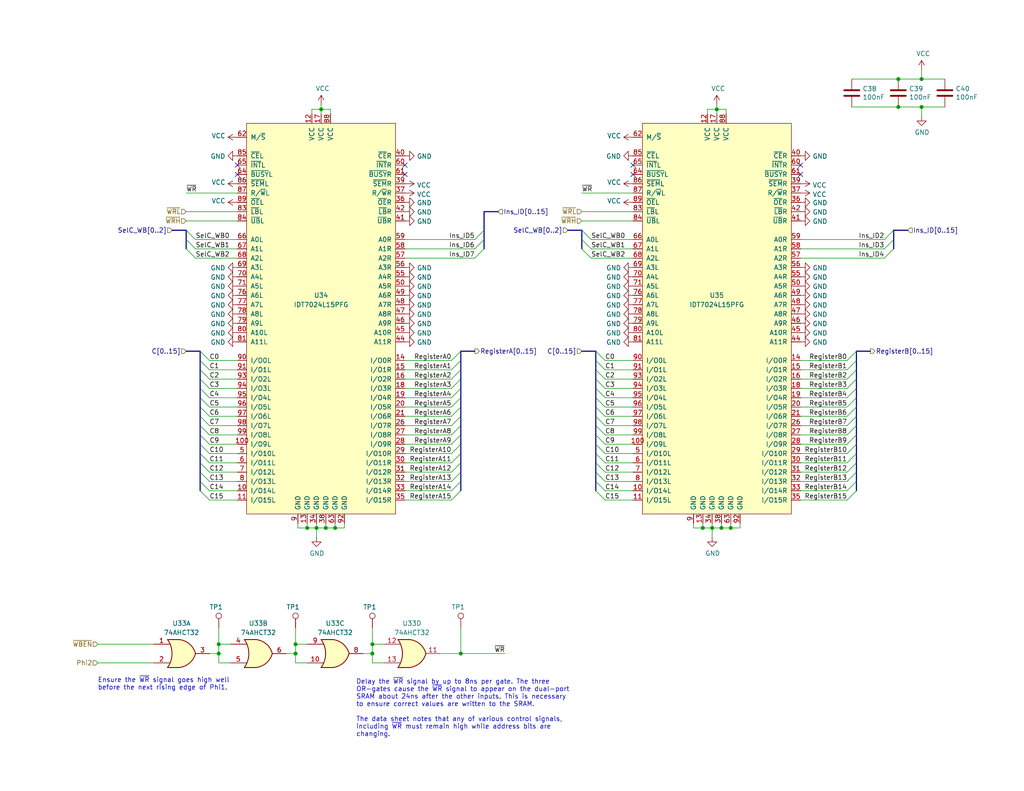
<source format=kicad_sch>
(kicad_sch (version 20230121) (generator eeschema)
  (paper "USLetter")
  (title_block (title "Register File") (date "2023-11-15") (rev "A") (comment 4 "Triple Port Register File build from dual port SRAM"))
  (lib_symbols
    (symbol "74xx:74LS32" (pin_names (offset 1.016))
      (property "Reference" "U" (at 0 1.27 0))
      (property "Value" "74LS32" (at 0 -1.27 0))
      (symbol "74LS32_1_1"
        (pin input line (at -7.62 2.54 0) (length 4.318) (name "~") (number "1"))
        (pin input line (at -7.62 -2.54 0) (length 4.318) (name "~") (number "2"))
        (pin output line (at 7.62 0 180) (length 3.81) (name "~") (number "3"))
      )
      (symbol "74LS32_1_2"
        (pin input inverted (at -7.62 2.54 0) (length 3.81) (name "~") (number "1"))
        (pin input inverted (at -7.62 -2.54 0) (length 3.81) (name "~") (number "2"))
        (pin output inverted (at 7.62 0 180) (length 3.81) (name "~") (number "3"))
      )
      (symbol "74LS32_2_1"
        (pin input line (at -7.62 2.54 0) (length 4.318) (name "~") (number "4"))
        (pin input line (at -7.62 -2.54 0) (length 4.318) (name "~") (number "5"))
        (pin output line (at 7.62 0 180) (length 3.81) (name "~") (number "6"))
      )
      (symbol "74LS32_2_2"
        (pin input inverted (at -7.62 2.54 0) (length 3.81) (name "~") (number "4"))
        (pin input inverted (at -7.62 -2.54 0) (length 3.81) (name "~") (number "5"))
        (pin output inverted (at 7.62 0 180) (length 3.81) (name "~") (number "6"))
      )
      (symbol "74LS32_3_1"
        (pin input line (at -7.62 -2.54 0) (length 4.318) (name "~") (number "10"))
        (pin output line (at 7.62 0 180) (length 3.81) (name "~") (number "8"))
        (pin input line (at -7.62 2.54 0) (length 4.318) (name "~") (number "9"))
      )
      (symbol "74LS32_3_2"
        (pin input inverted (at -7.62 -2.54 0) (length 3.81) (name "~") (number "10"))
        (pin output inverted (at 7.62 0 180) (length 3.81) (name "~") (number "8"))
        (pin input inverted (at -7.62 2.54 0) (length 3.81) (name "~") (number "9"))
      )
      (symbol "74LS32_4_1"
        (pin output line (at 7.62 0 180) (length 3.81) (name "~") (number "11"))
        (pin input line (at -7.62 2.54 0) (length 4.318) (name "~") (number "12"))
        (pin input line (at -7.62 -2.54 0) (length 4.318) (name "~") (number "13"))
      )
      (symbol "74LS32_4_2"
        (pin output inverted (at 7.62 0 180) (length 3.81) (name "~") (number "11"))
        (pin input inverted (at -7.62 2.54 0) (length 3.81) (name "~") (number "12"))
        (pin input inverted (at -7.62 -2.54 0) (length 3.81) (name "~") (number "13"))
      )
      (symbol "74LS32_5_0"
        (pin power_in line (at 0 12.7 270) (length 5.08) (name "VCC") (number "14"))
        (pin power_in line (at 0 -12.7 90) (length 5.08) (name "GND") (number "7"))
      )
    )
    (symbol "Connector:TestPoint" (pin_numbers hide) (pin_names (offset 0.762) hide)
      (property "Reference" "TP" (at 0 6.858 0))
      (property "Value" "TestPoint" (at 0 5.08 0))
      (symbol "TestPoint_1_1"
        (pin passive line (at 0 0 90) (length 2.54) (name "1") (number "1"))
      )
    )
    (symbol "Device:C" (pin_numbers hide) (pin_names (offset 0.254))
      (property "Reference" "C" (at 0.635 2.54 0))
      (property "Value" "C" (at 0.635 -2.54 0))
      (symbol "C_1_1"
        (pin passive line (at 0 3.81 270) (length 2.794) (name "~") (number "1"))
        (pin passive line (at 0 -3.81 90) (length 2.794) (name "~") (number "2"))
      )
    )
    (symbol "RegisterFileModule-rescue:IDT7024L15PFG-Memory_RAM" (pin_names (offset 1.016))
      (property "Reference" "U" (at 1.27 1.27 0))
      (property "Value" "IDT7024L15PFG-Memory_RAM" (at 1.27 -1.27 0))
      (symbol "IDT7024L15PFG-Memory_RAM_0_0"
        (pin power_in line (at 1.27 -60.96 90) (length 2.54) (name "GND") (number "38"))
        (pin input line (at 22.86 31.75 180) (length 2.54) (name "~{SEM}R") (number "39"))
        (pin input line (at 22.86 39.37 180) (length 2.54) (name "~{CE}R") (number "40"))
      )
      (symbol "IDT7024L15PFG-Memory_RAM_1_1"
        (pin no_connect line (at -2.54 -49.53 180) (length 2.54) hide (name "~") (number "1"))
        (pin tri_state line (at -22.86 -52.07 0) (length 2.54) (name "I/O14L") (number "10"))
        (pin tri_state line (at -22.86 -39.37 0) (length 2.54) (name "I/O9L") (number "100"))
        (pin tri_state line (at -22.86 -54.61 0) (length 2.54) (name "I/O15L") (number "11"))
        (pin power_in line (at -2.54 50.8 270) (length 2.54) (name "VCC") (number "12"))
        (pin power_in line (at -3.81 -60.96 90) (length 2.54) (name "GND") (number "13"))
        (pin tri_state line (at 22.86 -16.51 180) (length 2.54) (name "I/O0R") (number "14"))
        (pin tri_state line (at 22.86 -19.05 180) (length 2.54) (name "I/O1R") (number "15"))
        (pin tri_state line (at 22.86 -21.59 180) (length 2.54) (name "I/O2R") (number "16"))
        (pin power_in line (at 0 50.8 270) (length 2.54) (name "VCC") (number "17"))
        (pin tri_state line (at 22.86 -24.13 180) (length 2.54) (name "I/O3R") (number "18"))
        (pin tri_state line (at 22.86 -26.67 180) (length 2.54) (name "I/O4R") (number "19"))
        (pin no_connect line (at -2.54 -46.99 180) (length 2.54) hide (name "~") (number "2"))
        (pin tri_state line (at 22.86 -29.21 180) (length 2.54) (name "I/O5R") (number "20"))
        (pin tri_state line (at 22.86 -31.75 180) (length 2.54) (name "I/O6R") (number "21"))
        (pin no_connect line (at -2.54 -39.37 180) (length 2.54) hide (name "~") (number "22"))
        (pin no_connect line (at -2.54 -36.83 180) (length 2.54) hide (name "~") (number "23"))
        (pin no_connect line (at -2.54 -34.29 180) (length 2.54) hide (name "~") (number "24"))
        (pin no_connect line (at -2.54 -31.75 180) (length 2.54) hide (name "~") (number "25"))
        (pin tri_state line (at 22.86 -34.29 180) (length 2.54) (name "I/O7R") (number "26"))
        (pin tri_state line (at 22.86 -36.83 180) (length 2.54) (name "I/O8R") (number "27"))
        (pin tri_state line (at 22.86 -39.37 180) (length 2.54) (name "I/O9R") (number "28"))
        (pin tri_state line (at 22.86 -41.91 180) (length 2.54) (name "I/O10R") (number "29"))
        (pin no_connect line (at -2.54 -44.45 180) (length 2.54) hide (name "~") (number "3"))
        (pin tri_state line (at 22.86 -44.45 180) (length 2.54) (name "I/O11R") (number "30"))
        (pin tri_state line (at 22.86 -46.99 180) (length 2.54) (name "I/O12R") (number "31"))
        (pin tri_state line (at 22.86 -49.53 180) (length 2.54) (name "I/O13R") (number "32"))
        (pin tri_state line (at 22.86 -52.07 180) (length 2.54) (name "I/O14R") (number "33"))
        (pin power_in line (at -1.27 -60.96 90) (length 2.54) (name "GND") (number "34"))
        (pin tri_state line (at 22.86 -54.61 180) (length 2.54) (name "I/O15R") (number "35"))
        (pin input line (at 22.86 26.67 180) (length 2.54) (name "~{OE}R") (number "36"))
        (pin input line (at 22.86 29.21 180) (length 2.54) (name "R/~{W}R") (number "37"))
        (pin no_connect line (at -2.54 -41.91 180) (length 2.54) hide (name "~") (number "4"))
        (pin input line (at 22.86 21.59 180) (length 2.54) (name "~{UB}R") (number "41"))
        (pin input line (at 22.86 24.13 180) (length 2.54) (name "~{LB}R") (number "42"))
        (pin no_connect line (at -2.54 -29.21 180) (length 2.54) hide (name "~") (number "43"))
        (pin input line (at 22.86 -11.43 180) (length 2.54) (name "A11R") (number "44"))
        (pin input line (at 22.86 -8.89 180) (length 2.54) (name "A10R") (number "45"))
        (pin input line (at 22.86 -6.35 180) (length 2.54) (name "A9R") (number "46"))
        (pin input line (at 22.86 -3.81 180) (length 2.54) (name "A8R") (number "47"))
        (pin input line (at 22.86 -1.27 180) (length 2.54) (name "A7R") (number "48"))
        (pin input line (at 22.86 1.27 180) (length 2.54) (name "A6R") (number "49"))
        (pin tri_state line (at -22.86 -41.91 0) (length 2.54) (name "I/O10L") (number "5"))
        (pin input line (at 22.86 3.81 180) (length 2.54) (name "A5R") (number "50"))
        (pin no_connect line (at -2.54 -26.67 180) (length 2.54) hide (name "~") (number "51"))
        (pin no_connect line (at -2.54 -24.13 180) (length 2.54) hide (name "~") (number "52"))
        (pin no_connect line (at -2.54 -21.59 180) (length 2.54) hide (name "~") (number "53"))
        (pin no_connect line (at -2.54 -19.05 180) (length 2.54) hide (name "~") (number "54"))
        (pin input line (at 22.86 6.35 180) (length 2.54) (name "A4R") (number "55"))
        (pin input line (at 22.86 8.89 180) (length 2.54) (name "A3R") (number "56"))
        (pin input line (at 22.86 11.43 180) (length 2.54) (name "A2R") (number "57"))
        (pin input line (at 22.86 13.97 180) (length 2.54) (name "A1R") (number "58"))
        (pin input line (at 22.86 16.51 180) (length 2.54) (name "A0R") (number "59"))
        (pin tri_state line (at -22.86 -44.45 0) (length 2.54) (name "I/O11L") (number "6"))
        (pin output line (at 22.86 36.83 180) (length 2.54) (name "~{INT}R") (number "60"))
        (pin input line (at 22.86 34.29 180) (length 2.54) (name "~{BUSY}R") (number "61"))
        (pin input line (at -22.86 44.45 0) (length 2.54) (name "M/~{S}") (number "62"))
        (pin power_in line (at 3.81 -60.96 90) (length 2.54) (name "GND") (number "63"))
        (pin input line (at -22.86 34.29 0) (length 2.54) (name "~{BUSY}L") (number "64"))
        (pin output line (at -22.86 36.83 0) (length 2.54) (name "~{INT}L") (number "65"))
        (pin input line (at -22.86 16.51 0) (length 2.54) (name "A0L") (number "66"))
        (pin input line (at -22.86 13.97 0) (length 2.54) (name "A1L") (number "67"))
        (pin input line (at -22.86 11.43 0) (length 2.54) (name "A2L") (number "68"))
        (pin input line (at -22.86 8.89 0) (length 2.54) (name "A3L") (number "69"))
        (pin tri_state line (at -22.86 -46.99 0) (length 2.54) (name "I/O12L") (number "7"))
        (pin input line (at -22.86 6.35 0) (length 2.54) (name "A4L") (number "70"))
        (pin input line (at -22.86 3.81 0) (length 2.54) (name "A5L") (number "71"))
        (pin no_connect line (at -2.54 -16.51 180) (length 2.54) hide (name "~") (number "72"))
        (pin no_connect line (at -2.54 -13.97 180) (length 2.54) hide (name "~") (number "73"))
        (pin no_connect line (at -2.54 -11.43 180) (length 2.54) hide (name "~") (number "74"))
        (pin no_connect line (at -2.54 -8.89 180) (length 2.54) hide (name "~") (number "75"))
        (pin input line (at -22.86 1.27 0) (length 2.54) (name "A6L") (number "76"))
        (pin input line (at -22.86 -1.27 0) (length 2.54) (name "A7L") (number "77"))
        (pin input line (at -22.86 -3.81 0) (length 2.54) (name "A8L") (number "78"))
        (pin input line (at -22.86 -6.35 0) (length 2.54) (name "A9L") (number "79"))
        (pin tri_state line (at -22.86 -49.53 0) (length 2.54) (name "I/O13L") (number "8"))
        (pin input line (at -22.86 -8.89 0) (length 2.54) (name "A10L") (number "80"))
        (pin input line (at -22.86 -11.43 0) (length 2.54) (name "A11L") (number "81"))
        (pin no_connect line (at -2.54 -6.35 180) (length 2.54) hide (name "~") (number "82"))
        (pin input line (at -22.86 24.13 0) (length 2.54) (name "~{LB}L") (number "83"))
        (pin input line (at -22.86 21.59 0) (length 2.54) (name "~{UB}L") (number "84"))
        (pin input line (at -22.86 39.37 0) (length 2.54) (name "~{CE}L") (number "85"))
        (pin input line (at -22.86 31.75 0) (length 2.54) (name "~{SEM}L") (number "86"))
        (pin input line (at -22.86 29.21 0) (length 2.54) (name "R/~{W}L") (number "87"))
        (pin power_in line (at 2.54 50.8 270) (length 2.54) (name "VCC") (number "88"))
        (pin input line (at -22.86 26.67 0) (length 2.54) (name "~{OE}L") (number "89"))
        (pin power_in line (at -6.35 -60.96 90) (length 2.54) (name "GND") (number "9"))
        (pin tri_state line (at -22.86 -16.51 0) (length 2.54) (name "I/O0L") (number "90"))
        (pin tri_state line (at -22.86 -19.05 0) (length 2.54) (name "I/O1L") (number "91"))
        (pin power_in line (at 6.35 -60.96 90) (length 2.54) (name "GND") (number "92"))
        (pin tri_state line (at -22.86 -21.59 0) (length 2.54) (name "I/O2L") (number "93"))
        (pin tri_state line (at -22.86 -24.13 0) (length 2.54) (name "I/O3L") (number "94"))
        (pin tri_state line (at -22.86 -26.67 0) (length 2.54) (name "I/O4L") (number "95"))
        (pin tri_state line (at -22.86 -29.21 0) (length 2.54) (name "I/O5L") (number "96"))
        (pin tri_state line (at -22.86 -31.75 0) (length 2.54) (name "I/O6L") (number "97"))
        (pin tri_state line (at -22.86 -34.29 0) (length 2.54) (name "I/O7L") (number "98"))
        (pin tri_state line (at -22.86 -36.83 0) (length 2.54) (name "I/O8L") (number "99"))
      )
    )
    (symbol "power:GND" (power) (pin_names (offset 0))
      (property "Value" "GND" (at 0 -3.81 0))
      (symbol "GND_1_1"
        (pin power_in line (at 0 0 270) (length 0) hide (name "GND") (number "1"))
      )
    )
    (symbol "power:VCC" (power) (pin_names (offset 0))
      (property "Value" "VCC" (at 0 3.81 0))
      (symbol "VCC_1_1"
        (pin power_in line (at 0 0 90) (length 0) hide (name "VCC") (number "1"))
      )
    )
  )
  (junction (at 88.9 144.145))
  (junction (at 87.63 29.845))
  (junction (at 80.645 178.435))
  (junction (at 245.11 21.59))
  (junction (at 86.36 144.145))
  (junction (at 191.77 144.145))
  (junction (at 196.85 144.145))
  (junction (at 245.11 29.21))
  (junction (at 101.6 175.895))
  (junction (at 91.44 144.145))
  (junction (at 125.73 178.435))
  (junction (at 59.69 175.895))
  (junction (at 195.58 29.845))
  (junction (at 251.46 21.59))
  (junction (at 80.645 175.895))
  (junction (at 251.46 29.21))
  (junction (at 199.39 144.145))
  (junction (at 83.82 144.145))
  (junction (at 101.6 178.435))
  (junction (at 59.69 178.435))
  (junction (at 194.31 144.145))
  (no_connect (at 110.49 45.085))
  (no_connect (at 64.77 45.085))
  (no_connect (at 64.77 47.625))
  (no_connect (at 218.44 47.625))
  (no_connect (at 172.72 47.625))
  (no_connect (at 110.49 47.625))
  (no_connect (at 218.44 45.085))
  (no_connect (at 172.72 45.085))
  (bus_entry (at 233.68 108.585) (size -2.54 2.54))
  (bus_entry (at 125.73 123.825) (size -2.54 2.54))
  (bus_entry (at 158.75 62.865) (size 2.54 2.54))
  (bus_entry (at 54.61 111.125) (size 2.54 2.54))
  (bus_entry (at 132.08 67.945) (size -2.54 2.54))
  (bus_entry (at 162.56 118.745) (size 2.54 2.54))
  (bus_entry (at 162.56 103.505) (size 2.54 2.54))
  (bus_entry (at 50.8 65.405) (size 2.54 2.54))
  (bus_entry (at 233.68 103.505) (size -2.54 2.54))
  (bus_entry (at 162.56 95.885) (size 2.54 2.54))
  (bus_entry (at 162.56 106.045) (size 2.54 2.54))
  (bus_entry (at 162.56 126.365) (size 2.54 2.54))
  (bus_entry (at 54.61 95.885) (size 2.54 2.54))
  (bus_entry (at 162.56 116.205) (size 2.54 2.54))
  (bus_entry (at 125.73 121.285) (size -2.54 2.54))
  (bus_entry (at 233.68 118.745) (size -2.54 2.54))
  (bus_entry (at 162.56 100.965) (size 2.54 2.54))
  (bus_entry (at 162.56 121.285) (size 2.54 2.54))
  (bus_entry (at 233.68 113.665) (size -2.54 2.54))
  (bus_entry (at 54.61 108.585) (size 2.54 2.54))
  (bus_entry (at 233.68 106.045) (size -2.54 2.54))
  (bus_entry (at 54.61 133.985) (size 2.54 2.54))
  (bus_entry (at 125.73 126.365) (size -2.54 2.54))
  (bus_entry (at 54.61 131.445) (size 2.54 2.54))
  (bus_entry (at 125.73 131.445) (size -2.54 2.54))
  (bus_entry (at 243.84 67.945) (size -2.54 2.54))
  (bus_entry (at 125.73 98.425) (size -2.54 2.54))
  (bus_entry (at 233.68 128.905) (size -2.54 2.54))
  (bus_entry (at 243.84 65.405) (size -2.54 2.54))
  (bus_entry (at 54.61 106.045) (size 2.54 2.54))
  (bus_entry (at 54.61 128.905) (size 2.54 2.54))
  (bus_entry (at 54.61 113.665) (size 2.54 2.54))
  (bus_entry (at 162.56 98.425) (size 2.54 2.54))
  (bus_entry (at 125.73 116.205) (size -2.54 2.54))
  (bus_entry (at 54.61 118.745) (size 2.54 2.54))
  (bus_entry (at 125.73 128.905) (size -2.54 2.54))
  (bus_entry (at 132.08 62.865) (size -2.54 2.54))
  (bus_entry (at 162.56 123.825) (size 2.54 2.54))
  (bus_entry (at 50.8 62.865) (size 2.54 2.54))
  (bus_entry (at 233.68 116.205) (size -2.54 2.54))
  (bus_entry (at 162.56 111.125) (size 2.54 2.54))
  (bus_entry (at 125.73 118.745) (size -2.54 2.54))
  (bus_entry (at 54.61 123.825) (size 2.54 2.54))
  (bus_entry (at 233.68 133.985) (size -2.54 2.54))
  (bus_entry (at 54.61 126.365) (size 2.54 2.54))
  (bus_entry (at 158.75 65.405) (size 2.54 2.54))
  (bus_entry (at 132.08 65.405) (size -2.54 2.54))
  (bus_entry (at 125.73 113.665) (size -2.54 2.54))
  (bus_entry (at 50.8 67.945) (size 2.54 2.54))
  (bus_entry (at 233.68 123.825) (size -2.54 2.54))
  (bus_entry (at 54.61 103.505) (size 2.54 2.54))
  (bus_entry (at 162.56 131.445) (size 2.54 2.54))
  (bus_entry (at 54.61 116.205) (size 2.54 2.54))
  (bus_entry (at 162.56 108.585) (size 2.54 2.54))
  (bus_entry (at 125.73 106.045) (size -2.54 2.54))
  (bus_entry (at 233.68 111.125) (size -2.54 2.54))
  (bus_entry (at 162.56 113.665) (size 2.54 2.54))
  (bus_entry (at 54.61 121.285) (size 2.54 2.54))
  (bus_entry (at 233.68 100.965) (size -2.54 2.54))
  (bus_entry (at 162.56 133.985) (size 2.54 2.54))
  (bus_entry (at 233.68 98.425) (size -2.54 2.54))
  (bus_entry (at 125.73 108.585) (size -2.54 2.54))
  (bus_entry (at 243.84 62.865) (size -2.54 2.54))
  (bus_entry (at 162.56 128.905) (size 2.54 2.54))
  (bus_entry (at 233.68 95.885) (size -2.54 2.54))
  (bus_entry (at 233.68 131.445) (size -2.54 2.54))
  (bus_entry (at 233.68 121.285) (size -2.54 2.54))
  (bus_entry (at 125.73 103.505) (size -2.54 2.54))
  (bus_entry (at 54.61 100.965) (size 2.54 2.54))
  (bus_entry (at 233.68 126.365) (size -2.54 2.54))
  (bus_entry (at 54.61 98.425) (size 2.54 2.54))
  (bus_entry (at 125.73 133.985) (size -2.54 2.54))
  (bus_entry (at 125.73 111.125) (size -2.54 2.54))
  (bus_entry (at 125.73 95.885) (size -2.54 2.54))
  (bus_entry (at 125.73 100.965) (size -2.54 2.54))
  (bus_entry (at 158.75 67.945) (size 2.54 2.54))
  (bus (pts (xy 54.61 103.505) (xy 54.61 106.045)))
  (wire (pts (xy 218.44 108.585) (xy 231.14 108.585)))
  (bus (pts (xy 125.73 103.505) (xy 125.73 106.045)))
  (wire (pts (xy 110.49 116.205) (xy 123.19 116.205)))
  (wire (pts (xy 251.46 29.21) (xy 245.11 29.21)))
  (bus (pts (xy 247.65 62.865) (xy 243.84 62.865)))
  (bus (pts (xy 233.68 116.205) (xy 233.68 118.745)))
  (wire (pts (xy 57.15 126.365) (xy 64.77 126.365)))
  (wire (pts (xy 120.015 178.435) (xy 125.73 178.435)))
  (bus (pts (xy 162.56 131.445) (xy 162.56 133.985)))
  (wire (pts (xy 218.44 113.665) (xy 231.14 113.665)))
  (bus (pts (xy 162.56 121.285) (xy 162.56 123.825)))
  (wire (pts (xy 81.28 142.875) (xy 81.28 144.145)))
  (wire (pts (xy 196.85 144.145) (xy 199.39 144.145)))
  (wire (pts (xy 110.49 123.825) (xy 123.19 123.825)))
  (wire (pts (xy 161.29 65.405) (xy 172.72 65.405)))
  (wire (pts (xy 218.44 131.445) (xy 231.14 131.445)))
  (bus (pts (xy 233.68 126.365) (xy 233.68 128.905)))
  (wire (pts (xy 195.58 29.845) (xy 195.58 31.115)))
  (wire (pts (xy 26.67 175.895) (xy 41.91 175.895)))
  (wire (pts (xy 165.1 103.505) (xy 172.72 103.505)))
  (bus (pts (xy 54.61 113.665) (xy 54.61 116.205)))
  (bus (pts (xy 162.56 118.745) (xy 162.56 121.285)))
  (wire (pts (xy 125.73 178.435) (xy 137.795 178.435)))
  (wire (pts (xy 87.63 28.575) (xy 87.63 29.845)))
  (bus (pts (xy 54.61 116.205) (xy 54.61 118.745)))
  (wire (pts (xy 57.15 98.425) (xy 64.77 98.425)))
  (bus (pts (xy 162.56 116.205) (xy 162.56 118.745)))
  (wire (pts (xy 59.69 178.435) (xy 59.69 175.895)))
  (bus (pts (xy 233.68 100.965) (xy 233.68 103.505)))
  (bus (pts (xy 125.73 126.365) (xy 125.73 128.905)))
  (wire (pts (xy 57.15 136.525) (xy 64.77 136.525)))
  (wire (pts (xy 78.105 178.435) (xy 80.645 178.435)))
  (bus (pts (xy 132.08 65.405) (xy 132.08 67.945)))
  (wire (pts (xy 80.645 175.895) (xy 83.82 175.895)))
  (wire (pts (xy 57.15 123.825) (xy 64.77 123.825)))
  (wire (pts (xy 110.49 113.665) (xy 123.19 113.665)))
  (wire (pts (xy 196.85 142.875) (xy 196.85 144.145)))
  (wire (pts (xy 57.15 113.665) (xy 64.77 113.665)))
  (bus (pts (xy 158.75 95.885) (xy 162.56 95.885)))
  (wire (pts (xy 161.29 67.945) (xy 172.72 67.945)))
  (wire (pts (xy 218.44 123.825) (xy 231.14 123.825)))
  (bus (pts (xy 158.75 65.405) (xy 158.75 67.945)))
  (bus (pts (xy 162.56 100.965) (xy 162.56 103.505)))
  (wire (pts (xy 85.09 31.115) (xy 85.09 29.845)))
  (wire (pts (xy 57.15 108.585) (xy 64.77 108.585)))
  (wire (pts (xy 218.44 133.985) (xy 231.14 133.985)))
  (bus (pts (xy 162.56 103.505) (xy 162.56 106.045)))
  (wire (pts (xy 101.6 178.435) (xy 101.6 175.895)))
  (wire (pts (xy 110.49 106.045) (xy 123.19 106.045)))
  (wire (pts (xy 218.44 116.205) (xy 231.14 116.205)))
  (wire (pts (xy 194.31 144.145) (xy 196.85 144.145)))
  (bus (pts (xy 46.99 62.865) (xy 50.8 62.865)))
  (wire (pts (xy 191.77 144.145) (xy 194.31 144.145)))
  (wire (pts (xy 99.06 178.435) (xy 101.6 178.435)))
  (wire (pts (xy 245.11 21.59) (xy 251.46 21.59)))
  (wire (pts (xy 218.44 106.045) (xy 231.14 106.045)))
  (wire (pts (xy 165.1 128.905) (xy 172.72 128.905)))
  (wire (pts (xy 165.1 108.585) (xy 172.72 108.585)))
  (wire (pts (xy 110.49 111.125) (xy 123.19 111.125)))
  (bus (pts (xy 233.68 128.905) (xy 233.68 131.445)))
  (bus (pts (xy 162.56 128.905) (xy 162.56 131.445)))
  (wire (pts (xy 59.69 180.975) (xy 62.865 180.975)))
  (wire (pts (xy 88.9 144.145) (xy 91.44 144.145)))
  (wire (pts (xy 110.49 100.965) (xy 123.19 100.965)))
  (wire (pts (xy 64.77 60.325) (xy 50.8 60.325)))
  (wire (pts (xy 129.54 65.405) (xy 110.49 65.405)))
  (wire (pts (xy 110.49 108.585) (xy 123.19 108.585)))
  (wire (pts (xy 165.1 133.985) (xy 172.72 133.985)))
  (wire (pts (xy 101.6 180.975) (xy 104.775 180.975)))
  (wire (pts (xy 201.93 144.145) (xy 201.93 142.875)))
  (wire (pts (xy 194.31 144.145) (xy 194.31 146.685)))
  (wire (pts (xy 64.77 57.785) (xy 50.8 57.785)))
  (wire (pts (xy 165.1 116.205) (xy 172.72 116.205)))
  (bus (pts (xy 162.56 113.665) (xy 162.56 116.205)))
  (wire (pts (xy 218.44 128.905) (xy 231.14 128.905)))
  (bus (pts (xy 50.8 65.405) (xy 50.8 67.945)))
  (wire (pts (xy 218.44 100.965) (xy 231.14 100.965)))
  (bus (pts (xy 50.8 62.865) (xy 50.8 65.405)))
  (wire (pts (xy 165.1 111.125) (xy 172.72 111.125)))
  (wire (pts (xy 80.645 171.45) (xy 80.645 175.895)))
  (wire (pts (xy 83.82 142.875) (xy 83.82 144.145)))
  (bus (pts (xy 125.73 98.425) (xy 125.73 100.965)))
  (wire (pts (xy 172.72 52.705) (xy 158.75 52.705)))
  (bus (pts (xy 54.61 108.585) (xy 54.61 111.125)))
  (bus (pts (xy 233.68 131.445) (xy 233.68 133.985)))
  (wire (pts (xy 110.49 67.945) (xy 129.54 67.945)))
  (wire (pts (xy 195.58 28.575) (xy 195.58 29.845)))
  (wire (pts (xy 199.39 144.145) (xy 201.93 144.145)))
  (wire (pts (xy 110.49 136.525) (xy 123.19 136.525)))
  (wire (pts (xy 189.23 144.145) (xy 191.77 144.145)))
  (wire (pts (xy 87.63 29.845) (xy 87.63 31.115)))
  (bus (pts (xy 233.68 118.745) (xy 233.68 121.285)))
  (wire (pts (xy 80.645 178.435) (xy 80.645 180.975)))
  (wire (pts (xy 110.49 121.285) (xy 123.19 121.285)))
  (bus (pts (xy 50.8 95.885) (xy 54.61 95.885)))
  (wire (pts (xy 172.72 60.325) (xy 158.75 60.325)))
  (wire (pts (xy 194.31 142.875) (xy 194.31 144.145)))
  (wire (pts (xy 218.44 103.505) (xy 231.14 103.505)))
  (wire (pts (xy 88.9 142.875) (xy 88.9 144.145)))
  (wire (pts (xy 86.36 144.145) (xy 88.9 144.145)))
  (wire (pts (xy 90.17 29.845) (xy 90.17 31.115)))
  (bus (pts (xy 129.54 95.885) (xy 125.73 95.885)))
  (bus (pts (xy 154.94 62.865) (xy 158.75 62.865)))
  (wire (pts (xy 195.58 29.845) (xy 198.12 29.845)))
  (wire (pts (xy 218.44 67.945) (xy 241.3 67.945)))
  (bus (pts (xy 54.61 128.905) (xy 54.61 131.445)))
  (wire (pts (xy 59.69 175.895) (xy 62.865 175.895)))
  (wire (pts (xy 193.04 31.115) (xy 193.04 29.845)))
  (wire (pts (xy 57.15 121.285) (xy 64.77 121.285)))
  (bus (pts (xy 125.73 128.905) (xy 125.73 131.445)))
  (wire (pts (xy 53.34 65.405) (xy 64.77 65.405)))
  (wire (pts (xy 232.41 21.59) (xy 245.11 21.59)))
  (bus (pts (xy 243.84 65.405) (xy 243.84 67.945)))
  (wire (pts (xy 165.1 131.445) (xy 172.72 131.445)))
  (bus (pts (xy 162.56 98.425) (xy 162.56 100.965)))
  (wire (pts (xy 165.1 113.665) (xy 172.72 113.665)))
  (wire (pts (xy 57.15 116.205) (xy 64.77 116.205)))
  (wire (pts (xy 110.49 118.745) (xy 123.19 118.745)))
  (bus (pts (xy 162.56 95.885) (xy 162.56 98.425)))
  (bus (pts (xy 233.68 113.665) (xy 233.68 116.205)))
  (wire (pts (xy 189.23 142.875) (xy 189.23 144.145)))
  (bus (pts (xy 125.73 121.285) (xy 125.73 123.825)))
  (bus (pts (xy 54.61 98.425) (xy 54.61 100.965)))
  (wire (pts (xy 218.44 111.125) (xy 231.14 111.125)))
  (wire (pts (xy 165.1 136.525) (xy 172.72 136.525)))
  (wire (pts (xy 57.15 133.985) (xy 64.77 133.985)))
  (wire (pts (xy 251.46 19.05) (xy 251.46 21.59)))
  (wire (pts (xy 57.15 178.435) (xy 59.69 178.435)))
  (bus (pts (xy 125.73 118.745) (xy 125.73 121.285)))
  (wire (pts (xy 257.81 29.21) (xy 251.46 29.21)))
  (wire (pts (xy 191.77 142.875) (xy 191.77 144.145)))
  (bus (pts (xy 162.56 106.045) (xy 162.56 108.585)))
  (bus (pts (xy 54.61 126.365) (xy 54.61 128.905)))
  (wire (pts (xy 83.82 144.145) (xy 86.36 144.145)))
  (bus (pts (xy 162.56 126.365) (xy 162.56 128.905)))
  (bus (pts (xy 54.61 111.125) (xy 54.61 113.665)))
  (bus (pts (xy 233.68 108.585) (xy 233.68 111.125)))
  (wire (pts (xy 218.44 118.745) (xy 231.14 118.745)))
  (bus (pts (xy 158.75 62.865) (xy 158.75 65.405)))
  (wire (pts (xy 93.98 144.145) (xy 93.98 142.875)))
  (wire (pts (xy 64.77 52.705) (xy 50.8 52.705)))
  (wire (pts (xy 110.49 126.365) (xy 123.19 126.365)))
  (wire (pts (xy 101.6 171.45) (xy 101.6 175.895)))
  (wire (pts (xy 198.12 29.845) (xy 198.12 31.115)))
  (wire (pts (xy 110.49 131.445) (xy 123.19 131.445)))
  (bus (pts (xy 162.56 111.125) (xy 162.56 113.665)))
  (bus (pts (xy 233.68 111.125) (xy 233.68 113.665)))
  (wire (pts (xy 241.3 65.405) (xy 218.44 65.405)))
  (wire (pts (xy 101.6 175.895) (xy 104.775 175.895)))
  (bus (pts (xy 243.84 62.865) (xy 243.84 65.405)))
  (wire (pts (xy 165.1 118.745) (xy 172.72 118.745)))
  (wire (pts (xy 199.39 142.875) (xy 199.39 144.145)))
  (wire (pts (xy 80.645 178.435) (xy 80.645 175.895)))
  (wire (pts (xy 241.3 70.485) (xy 218.44 70.485)))
  (wire (pts (xy 129.54 70.485) (xy 110.49 70.485)))
  (wire (pts (xy 251.46 21.59) (xy 257.81 21.59)))
  (wire (pts (xy 86.36 142.875) (xy 86.36 144.145)))
  (wire (pts (xy 251.46 31.75) (xy 251.46 29.21)))
  (bus (pts (xy 54.61 131.445) (xy 54.61 133.985)))
  (wire (pts (xy 165.1 106.045) (xy 172.72 106.045)))
  (bus (pts (xy 125.73 100.965) (xy 125.73 103.505)))
  (wire (pts (xy 101.6 178.435) (xy 101.6 180.975)))
  (wire (pts (xy 161.29 70.485) (xy 172.72 70.485)))
  (bus (pts (xy 54.61 100.965) (xy 54.61 103.505)))
  (wire (pts (xy 53.34 70.485) (xy 64.77 70.485)))
  (wire (pts (xy 57.15 106.045) (xy 64.77 106.045)))
  (wire (pts (xy 57.15 118.745) (xy 64.77 118.745)))
  (wire (pts (xy 91.44 144.145) (xy 93.98 144.145)))
  (wire (pts (xy 110.49 128.905) (xy 123.19 128.905)))
  (bus (pts (xy 125.73 111.125) (xy 125.73 113.665)))
  (bus (pts (xy 125.73 95.885) (xy 125.73 98.425)))
  (bus (pts (xy 125.73 116.205) (xy 125.73 118.745)))
  (wire (pts (xy 165.1 121.285) (xy 172.72 121.285)))
  (wire (pts (xy 165.1 123.825) (xy 172.72 123.825)))
  (bus (pts (xy 54.61 118.745) (xy 54.61 121.285)))
  (wire (pts (xy 218.44 136.525) (xy 231.14 136.525)))
  (wire (pts (xy 165.1 100.965) (xy 172.72 100.965)))
  (bus (pts (xy 132.08 62.865) (xy 132.08 65.405)))
  (wire (pts (xy 193.04 29.845) (xy 195.58 29.845)))
  (bus (pts (xy 233.68 103.505) (xy 233.68 106.045)))
  (bus (pts (xy 125.73 108.585) (xy 125.73 111.125)))
  (wire (pts (xy 57.15 103.505) (xy 64.77 103.505)))
  (bus (pts (xy 125.73 131.445) (xy 125.73 133.985)))
  (bus (pts (xy 233.68 121.285) (xy 233.68 123.825)))
  (bus (pts (xy 135.89 57.785) (xy 132.08 57.785)))
  (wire (pts (xy 110.49 103.505) (xy 123.19 103.505)))
  (wire (pts (xy 57.15 128.905) (xy 64.77 128.905)))
  (bus (pts (xy 162.56 123.825) (xy 162.56 126.365)))
  (wire (pts (xy 57.15 131.445) (xy 64.77 131.445)))
  (bus (pts (xy 125.73 106.045) (xy 125.73 108.585)))
  (wire (pts (xy 59.69 171.45) (xy 59.69 175.895)))
  (bus (pts (xy 125.73 123.825) (xy 125.73 126.365)))
  (wire (pts (xy 86.36 144.145) (xy 86.36 146.685)))
  (wire (pts (xy 57.15 100.965) (xy 64.77 100.965)))
  (wire (pts (xy 26.67 180.975) (xy 41.91 180.975)))
  (wire (pts (xy 165.1 126.365) (xy 172.72 126.365)))
  (wire (pts (xy 57.15 111.125) (xy 64.77 111.125)))
  (bus (pts (xy 237.49 95.885) (xy 233.68 95.885)))
  (bus (pts (xy 125.73 113.665) (xy 125.73 116.205)))
  (wire (pts (xy 53.34 67.945) (xy 64.77 67.945)))
  (wire (pts (xy 80.645 180.975) (xy 83.82 180.975)))
  (wire (pts (xy 110.49 98.425) (xy 123.19 98.425)))
  (wire (pts (xy 245.11 29.21) (xy 232.41 29.21)))
  (wire (pts (xy 87.63 29.845) (xy 90.17 29.845)))
  (bus (pts (xy 54.61 121.285) (xy 54.61 123.825)))
  (bus (pts (xy 132.08 57.785) (xy 132.08 62.865)))
  (bus (pts (xy 233.68 95.885) (xy 233.68 98.425)))
  (wire (pts (xy 165.1 98.425) (xy 172.72 98.425)))
  (wire (pts (xy 125.73 171.45) (xy 125.73 178.435)))
  (bus (pts (xy 233.68 123.825) (xy 233.68 126.365)))
  (wire (pts (xy 91.44 142.875) (xy 91.44 144.145)))
  (wire (pts (xy 110.49 133.985) (xy 123.19 133.985)))
  (bus (pts (xy 54.61 123.825) (xy 54.61 126.365)))
  (wire (pts (xy 218.44 121.285) (xy 231.14 121.285)))
  (wire (pts (xy 59.69 178.435) (xy 59.69 180.975)))
  (bus (pts (xy 233.68 98.425) (xy 233.68 100.965)))
  (wire (pts (xy 85.09 29.845) (xy 87.63 29.845)))
  (bus (pts (xy 162.56 108.585) (xy 162.56 111.125)))
  (wire (pts (xy 172.72 57.785) (xy 158.75 57.785)))
  (wire (pts (xy 218.44 98.425) (xy 231.14 98.425)))
  (bus (pts (xy 233.68 106.045) (xy 233.68 108.585)))
  (wire (pts (xy 218.44 126.365) (xy 231.14 126.365)))
  (bus (pts (xy 54.61 106.045) (xy 54.61 108.585)))
  (wire (pts (xy 81.28 144.145) (xy 83.82 144.145)))
  (bus (pts (xy 54.61 95.885) (xy 54.61 98.425)))
  (text "Delay the ~{WR} signal by up to 8ns per gate. The three\nOR-gates cause the ~{WR} signal to appear on the dual-port\nSRAM about 24ns after the other inputs. This is necessary\nto ensure correct values are written to the SRAM.\n\nThe data sheet notes that any of various control signals,\nincluding ~{WR} must remain high while address bits are\nchanging." (at 97.155 201.295 0) (effects (font (size 1.27 1.27)) (justify left bottom)))
  (text "Ensure the ~{WR} signal goes high well\nbefore the next rising edge of Phi1." (at 26.67 188.595 0) (effects (font (size 1.27 1.27)) (justify left bottom)))
  (label "C13" (at 165.1 131.445 0))
  (label "Ins_ID4" (at 241.3 70.485 180))
  (label "SelC_WB0" (at 161.29 65.405 0))
  (label "RegisterB7" (at 231.14 116.205 180))
  (label "RegisterB14" (at 231.14 133.985 180))
  (label "C11" (at 57.15 126.365 0))
  (label "C15" (at 165.1 136.525 0))
  (label "SelC_WB2" (at 161.29 70.485 0))
  (label "Ins_ID7" (at 129.54 70.485 180))
  (label "C5" (at 57.15 111.125 0))
  (label "RegisterA13" (at 123.19 131.445 180))
  (label "C0" (at 165.1 98.425 0))
  (label "RegisterB10" (at 231.14 123.825 180))
  (label "C12" (at 57.15 128.905 0))
  (label "SelC_WB2" (at 53.34 70.485 0))
  (label "RegisterA5" (at 123.19 111.125 180))
  (label "C9" (at 57.15 121.285 0))
  (label "C4" (at 165.1 108.585 0))
  (label "RegisterB9" (at 231.14 121.285 180))
  (label "SelC_WB0" (at 53.34 65.405 0))
  (label "C0" (at 57.15 98.425 0))
  (label "C3" (at 57.15 106.045 0))
  (label "Ins_ID3" (at 241.3 67.945 180))
  (label "C6" (at 57.15 113.665 0))
  (label "C11" (at 165.1 126.365 0))
  (label "RegisterB12" (at 231.14 128.905 180))
  (label "RegisterA4" (at 123.19 108.585 180))
  (label "RegisterA0" (at 123.19 98.425 180))
  (label "RegisterA10" (at 123.19 123.825 180))
  (label "RegisterB1" (at 231.14 100.965 180))
  (label "C5" (at 165.1 111.125 0))
  (label "RegisterB6" (at 231.14 113.665 180))
  (label "Ins_ID6" (at 129.54 67.945 180))
  (label "RegisterA2" (at 123.19 103.505 180))
  (label "RegisterB3" (at 231.14 106.045 180))
  (label "C15" (at 57.15 136.525 0))
  (label "C6" (at 165.1 113.665 0))
  (label "C10" (at 57.15 123.825 0))
  (label "RegisterA3" (at 123.19 106.045 180))
  (label "RegisterA1" (at 123.19 100.965 180))
  (label "SelC_WB1" (at 161.29 67.945 0))
  (label "RegisterB0" (at 231.14 98.425 180))
  (label "C12" (at 165.1 128.905 0))
  (label "~{WR}" (at 137.795 178.435 180))
  (label "RegisterA7" (at 123.19 116.205 180))
  (label "RegisterB5" (at 231.14 111.125 180))
  (label "C3" (at 165.1 106.045 0))
  (label "RegisterB4" (at 231.14 108.585 180))
  (label "RegisterA8" (at 123.19 118.745 180))
  (label "RegisterB2" (at 231.14 103.505 180))
  (label "C14" (at 165.1 133.985 0))
  (label "C1" (at 57.15 100.965 0))
  (label "RegisterB11" (at 231.14 126.365 180))
  (label "SelC_WB1" (at 53.34 67.945 0))
  (label "RegisterA11" (at 123.19 126.365 180))
  (label "C14" (at 57.15 133.985 0))
  (label "Ins_ID2" (at 241.3 65.405 180))
  (label "C9" (at 165.1 121.285 0))
  (label "C2" (at 165.1 103.505 0))
  (label "C8" (at 165.1 118.745 0))
  (label "~{WR}" (at 158.75 52.705 0))
  (label "C10" (at 165.1 123.825 0))
  (label "RegisterB15" (at 231.14 136.525 180))
  (label "C7" (at 57.15 116.205 0))
  (label "C8" (at 57.15 118.745 0))
  (label "Ins_ID5" (at 129.54 65.405 180))
  (label "C7" (at 165.1 116.205 0))
  (label "RegisterA9" (at 123.19 121.285 180))
  (label "RegisterA15" (at 123.19 136.525 180))
  (label "C13" (at 57.15 131.445 0))
  (label "RegisterB13" (at 231.14 131.445 180))
  (label "C2" (at 57.15 103.505 0))
  (label "RegisterA6" (at 123.19 113.665 180))
  (label "C1" (at 165.1 100.965 0))
  (label "C4" (at 57.15 108.585 0))
  (label "RegisterB8" (at 231.14 118.745 180))
  (label "RegisterA12" (at 123.19 128.905 180))
  (label "~{WR}" (at 50.8 52.705 0))
  (label "RegisterA14" (at 123.19 133.985 180))
  (hierarchical_label "~{WBEN}" (shape input) (at 26.67 175.895 180))
  (hierarchical_label "C[0..15]" (shape input) (at 50.8 95.885 180))
  (hierarchical_label "SelC_WB[0..2]" (shape input) (at 154.94 62.865 180))
  (hierarchical_label "Phi2" (shape input) (at 26.67 180.975 180))
  (hierarchical_label "~{WRL}" (shape input) (at 50.8 57.785 180))
  (hierarchical_label "C[0..15]" (shape input) (at 158.75 95.885 180))
  (hierarchical_label "RegisterB[0..15]" (shape output) (at 237.49 95.885 0))
  (hierarchical_label "Ins_ID[0..15]" (shape input) (at 247.65 62.865 0))
  (hierarchical_label "SelC_WB[0..2]" (shape input) (at 46.99 62.865 180))
  (hierarchical_label "Ins_ID[0..15]" (shape input) (at 135.89 57.785 0))
  (hierarchical_label "~{WRH}" (shape input) (at 158.75 60.325 180))
  (hierarchical_label "RegisterA[0..15]" (shape output) (at 129.54 95.885 0))
  (hierarchical_label "~{WRL}" (shape input) (at 158.75 57.785 180))
  (hierarchical_label "~{WRH}" (shape input) (at 50.8 60.325 180))
  (symbol (lib_id "power:GND") (at 251.46 31.75 0) (unit 1)
    (property "Reference" "#PWR0263" (effects hide))
    (property "Value" "GND" (at 251.587 36.1442 0))
  )
  (symbol (lib_id "Device:C") (at 257.81 25.4 0) (unit 1)
    (property "Reference" "C40" (at 260.731 24.2316 0) (effects (justify left)))
    (property "Value" "100nF" (at 260.731 26.543 0) (effects (justify left)))
    (property "Footprint" "Capacitor_SMD:C_0603_1608Metric_Pad1.08x0.95mm_HandSolder" (effects hide))
    (property "Mouser" "https://www.mouser.com/ProductDetail/963-EMK107B7104KAHT" (effects hide))
  )
  (symbol (lib_id "Device:C") (at 245.11 25.4 0) (unit 1)
    (property "Reference" "C39" (at 248.031 24.2316 0) (effects (justify left)))
    (property "Value" "100nF" (at 248.031 26.543 0) (effects (justify left)))
    (property "Footprint" "Capacitor_SMD:C_0603_1608Metric_Pad1.08x0.95mm_HandSolder" (effects hide))
    (property "Mouser" "https://www.mouser.com/ProductDetail/963-EMK107B7104KAHT" (effects hide))
  )
  (symbol (lib_id "power:VCC") (at 251.46 19.05 0) (unit 1)
    (property "Reference" "#PWR0262" (effects hide))
    (property "Value" "VCC" (at 251.8918 14.6558 0))
  )
  (symbol (lib_id "RegisterFileModule-rescue:IDT7024L15PFG-Memory_RAM") (at 87.63 81.915 0) (unit 1)
    (property "Reference" "U34" (at 87.63 80.645 0))
    (property "Value" "IDT7024L15PFG" (at 87.63 83.185 0))
    (property "Footprint" "Package_QFP:TQFP-100_14x14mm_P0.5mm" (effects hide))
    (property "Datasheet" "https://www.mouser.com/datasheet/2/698/IDT_7024_DST_20200220-1711288.pdf" (effects hide))
    (property "Mouser" "https://www.mouser.com/ProductDetail/Renesas-IDT/7024L15PFG?qs=GVScuG1d83hVIavOlaKO6w%3D%3D" (effects hide))
  )
  (symbol (lib_id "power:VCC") (at 87.63 28.575 0) (unit 1)
    (property "Reference" "#PWR0216" (effects hide))
    (property "Value" "VCC" (at 88.011 24.1808 0))
  )
  (symbol (lib_id "power:GND") (at 86.36 146.685 0) (unit 1)
    (property "Reference" "#PWR0215" (effects hide))
    (property "Value" "GND" (at 86.487 151.0792 0))
  )
  (symbol (lib_id "power:GND") (at 64.77 42.545 270) (unit 1)
    (property "Reference" "#PWR0203" (effects hide))
    (property "Value" "GND" (at 61.5188 42.672 90) (effects (justify right)))
  )
  (symbol (lib_id "power:GND") (at 110.49 42.545 90) (mirror x) (unit 1)
    (property "Reference" "#PWR0217" (effects hide))
    (property "Value" "GND" (at 113.7412 42.672 90) (effects (justify right)))
  )
  (symbol (lib_id "power:GND") (at 110.49 55.245 90) (mirror x) (unit 1)
    (property "Reference" "#PWR0220" (effects hide))
    (property "Value" "GND" (at 113.7412 55.372 90) (effects (justify right)))
  )
  (symbol (lib_id "power:GND") (at 110.49 73.025 90) (mirror x) (unit 1)
    (property "Reference" "#PWR0223" (effects hide))
    (property "Value" "GND" (at 113.7412 73.152 90) (effects (justify right)))
  )
  (symbol (lib_id "power:GND") (at 110.49 75.565 90) (mirror x) (unit 1)
    (property "Reference" "#PWR0224" (effects hide))
    (property "Value" "GND" (at 113.7412 75.692 90) (effects (justify right)))
  )
  (symbol (lib_id "power:GND") (at 110.49 78.105 90) (mirror x) (unit 1)
    (property "Reference" "#PWR0225" (effects hide))
    (property "Value" "GND" (at 113.7412 78.232 90) (effects (justify right)))
  )
  (symbol (lib_id "power:GND") (at 110.49 80.645 90) (mirror x) (unit 1)
    (property "Reference" "#PWR0226" (effects hide))
    (property "Value" "GND" (at 113.7412 80.772 90) (effects (justify right)))
  )
  (symbol (lib_id "power:GND") (at 110.49 83.185 90) (mirror x) (unit 1)
    (property "Reference" "#PWR0227" (effects hide))
    (property "Value" "GND" (at 113.7412 83.312 90) (effects (justify right)))
  )
  (symbol (lib_id "power:GND") (at 110.49 85.725 90) (mirror x) (unit 1)
    (property "Reference" "#PWR0228" (effects hide))
    (property "Value" "GND" (at 113.7412 85.852 90) (effects (justify right)))
  )
  (symbol (lib_id "power:GND") (at 110.49 88.265 90) (mirror x) (unit 1)
    (property "Reference" "#PWR0229" (effects hide))
    (property "Value" "GND" (at 113.7412 88.392 90) (effects (justify right)))
  )
  (symbol (lib_id "power:GND") (at 110.49 90.805 90) (mirror x) (unit 1)
    (property "Reference" "#PWR0230" (effects hide))
    (property "Value" "GND" (at 113.7412 90.932 90) (effects (justify right)))
  )
  (symbol (lib_id "power:GND") (at 110.49 93.345 90) (mirror x) (unit 1)
    (property "Reference" "#PWR0231" (effects hide))
    (property "Value" "GND" (at 113.7412 93.472 90) (effects (justify right)))
  )
  (symbol (lib_id "power:GND") (at 64.77 93.345 270) (unit 1)
    (property "Reference" "#PWR0214" (effects hide))
    (property "Value" "GND" (at 61.5188 93.472 90) (effects (justify right)))
  )
  (symbol (lib_id "power:GND") (at 64.77 90.805 270) (unit 1)
    (property "Reference" "#PWR0213" (effects hide))
    (property "Value" "GND" (at 61.5188 90.932 90) (effects (justify right)))
  )
  (symbol (lib_id "power:GND") (at 64.77 88.265 270) (unit 1)
    (property "Reference" "#PWR0212" (effects hide))
    (property "Value" "GND" (at 61.5188 88.392 90) (effects (justify right)))
  )
  (symbol (lib_id "power:GND") (at 64.77 85.725 270) (unit 1)
    (property "Reference" "#PWR0211" (effects hide))
    (property "Value" "GND" (at 61.5188 85.852 90) (effects (justify right)))
  )
  (symbol (lib_id "power:GND") (at 64.77 83.185 270) (unit 1)
    (property "Reference" "#PWR0210" (effects hide))
    (property "Value" "GND" (at 61.5188 83.312 90) (effects (justify right)))
  )
  (symbol (lib_id "power:GND") (at 64.77 80.645 270) (unit 1)
    (property "Reference" "#PWR0209" (effects hide))
    (property "Value" "GND" (at 61.5188 80.772 90) (effects (justify right)))
  )
  (symbol (lib_id "power:GND") (at 64.77 78.105 270) (unit 1)
    (property "Reference" "#PWR0208" (effects hide))
    (property "Value" "GND" (at 61.5188 78.232 90) (effects (justify right)))
  )
  (symbol (lib_id "power:GND") (at 64.77 75.565 270) (unit 1)
    (property "Reference" "#PWR0207" (effects hide))
    (property "Value" "GND" (at 61.5188 75.692 90) (effects (justify right)))
  )
  (symbol (lib_id "power:GND") (at 64.77 73.025 270) (unit 1)
    (property "Reference" "#PWR0206" (effects hide))
    (property "Value" "GND" (at 61.5188 73.152 90) (effects (justify right)))
  )
  (symbol (lib_id "power:VCC") (at 110.49 52.705 270) (unit 1)
    (property "Reference" "#PWR0219" (effects hide))
    (property "Value" "VCC" (at 113.7412 53.086 90) (effects (justify left)))
  )
  (symbol (lib_id "power:GND") (at 110.49 57.785 90) (mirror x) (unit 1)
    (property "Reference" "#PWR0221" (effects hide))
    (property "Value" "GND" (at 113.7412 57.912 90) (effects (justify right)))
  )
  (symbol (lib_id "power:GND") (at 110.49 60.325 90) (mirror x) (unit 1)
    (property "Reference" "#PWR0222" (effects hide))
    (property "Value" "GND" (at 113.7412 60.452 90) (effects (justify right)))
  )
  (symbol (lib_id "RegisterFileModule-rescue:IDT7024L15PFG-Memory_RAM") (at 195.58 81.915 0) (unit 1)
    (property "Reference" "U35" (at 195.58 80.645 0))
    (property "Value" "IDT7024L15PFG" (at 195.58 83.185 0))
    (property "Footprint" "Package_QFP:TQFP-100_14x14mm_P0.5mm" (effects hide))
    (property "Datasheet" "https://www.mouser.com/datasheet/2/698/IDT_7024_DST_20200220-1711288.pdf" (effects hide))
    (property "Mouser" "https://www.mouser.com/ProductDetail/Renesas-IDT/7024L15PFG?qs=GVScuG1d83hVIavOlaKO6w%3D%3D" (effects hide))
  )
  (symbol (lib_id "power:VCC") (at 195.58 28.575 0) (unit 1)
    (property "Reference" "#PWR0246" (effects hide))
    (property "Value" "VCC" (at 195.961 24.1808 0))
  )
  (symbol (lib_id "power:GND") (at 194.31 146.685 0) (unit 1)
    (property "Reference" "#PWR0245" (effects hide))
    (property "Value" "GND" (at 194.437 151.0792 0))
  )
  (symbol (lib_id "power:GND") (at 172.72 42.545 270) (unit 1)
    (property "Reference" "#PWR0233" (effects hide))
    (property "Value" "GND" (at 169.4688 42.672 90) (effects (justify right)))
  )
  (symbol (lib_id "power:GND") (at 218.44 42.545 90) (mirror x) (unit 1)
    (property "Reference" "#PWR0247" (effects hide))
    (property "Value" "GND" (at 221.6912 42.672 90) (effects (justify right)))
  )
  (symbol (lib_id "power:GND") (at 218.44 55.245 90) (mirror x) (unit 1)
    (property "Reference" "#PWR0250" (effects hide))
    (property "Value" "GND" (at 221.6912 55.372 90) (effects (justify right)))
  )
  (symbol (lib_id "power:GND") (at 218.44 73.025 90) (mirror x) (unit 1)
    (property "Reference" "#PWR0253" (effects hide))
    (property "Value" "GND" (at 221.6912 73.152 90) (effects (justify right)))
  )
  (symbol (lib_id "power:GND") (at 218.44 75.565 90) (mirror x) (unit 1)
    (property "Reference" "#PWR0254" (effects hide))
    (property "Value" "GND" (at 221.6912 75.692 90) (effects (justify right)))
  )
  (symbol (lib_id "power:GND") (at 218.44 78.105 90) (mirror x) (unit 1)
    (property "Reference" "#PWR0255" (effects hide))
    (property "Value" "GND" (at 221.6912 78.232 90) (effects (justify right)))
  )
  (symbol (lib_id "power:GND") (at 218.44 80.645 90) (mirror x) (unit 1)
    (property "Reference" "#PWR0256" (effects hide))
    (property "Value" "GND" (at 221.6912 80.772 90) (effects (justify right)))
  )
  (symbol (lib_id "power:GND") (at 218.44 83.185 90) (mirror x) (unit 1)
    (property "Reference" "#PWR0257" (effects hide))
    (property "Value" "GND" (at 221.6912 83.312 90) (effects (justify right)))
  )
  (symbol (lib_id "power:GND") (at 218.44 85.725 90) (mirror x) (unit 1)
    (property "Reference" "#PWR0258" (effects hide))
    (property "Value" "GND" (at 221.6912 85.852 90) (effects (justify right)))
  )
  (symbol (lib_id "power:GND") (at 218.44 88.265 90) (mirror x) (unit 1)
    (property "Reference" "#PWR0259" (effects hide))
    (property "Value" "GND" (at 221.6912 88.392 90) (effects (justify right)))
  )
  (symbol (lib_id "power:GND") (at 218.44 90.805 90) (mirror x) (unit 1)
    (property "Reference" "#PWR0260" (effects hide))
    (property "Value" "GND" (at 221.6912 90.932 90) (effects (justify right)))
  )
  (symbol (lib_id "power:GND") (at 218.44 93.345 90) (mirror x) (unit 1)
    (property "Reference" "#PWR0261" (effects hide))
    (property "Value" "GND" (at 221.6912 93.472 90) (effects (justify right)))
  )
  (symbol (lib_id "power:GND") (at 172.72 93.345 270) (unit 1)
    (property "Reference" "#PWR0244" (effects hide))
    (property "Value" "GND" (at 169.4688 93.472 90) (effects (justify right)))
  )
  (symbol (lib_id "power:GND") (at 172.72 90.805 270) (unit 1)
    (property "Reference" "#PWR0243" (effects hide))
    (property "Value" "GND" (at 169.4688 90.932 90) (effects (justify right)))
  )
  (symbol (lib_id "power:GND") (at 172.72 88.265 270) (unit 1)
    (property "Reference" "#PWR0242" (effects hide))
    (property "Value" "GND" (at 169.4688 88.392 90) (effects (justify right)))
  )
  (symbol (lib_id "power:GND") (at 172.72 85.725 270) (unit 1)
    (property "Reference" "#PWR0241" (effects hide))
    (property "Value" "GND" (at 169.4688 85.852 90) (effects (justify right)))
  )
  (symbol (lib_id "power:GND") (at 172.72 83.185 270) (unit 1)
    (property "Reference" "#PWR0240" (effects hide))
    (property "Value" "GND" (at 169.4688 83.312 90) (effects (justify right)))
  )
  (symbol (lib_id "power:GND") (at 172.72 80.645 270) (unit 1)
    (property "Reference" "#PWR0239" (effects hide))
    (property "Value" "GND" (at 169.4688 80.772 90) (effects (justify right)))
  )
  (symbol (lib_id "power:GND") (at 172.72 78.105 270) (unit 1)
    (property "Reference" "#PWR0238" (effects hide))
    (property "Value" "GND" (at 169.4688 78.232 90) (effects (justify right)))
  )
  (symbol (lib_id "power:GND") (at 172.72 75.565 270) (unit 1)
    (property "Reference" "#PWR0237" (effects hide))
    (property "Value" "GND" (at 169.4688 75.692 90) (effects (justify right)))
  )
  (symbol (lib_id "power:GND") (at 172.72 73.025 270) (unit 1)
    (property "Reference" "#PWR0236" (effects hide))
    (property "Value" "GND" (at 169.4688 73.152 90) (effects (justify right)))
  )
  (symbol (lib_id "power:VCC") (at 218.44 52.705 270) (unit 1)
    (property "Reference" "#PWR0249" (effects hide))
    (property "Value" "VCC" (at 221.6912 53.086 90) (effects (justify left)))
  )
  (symbol (lib_id "power:GND") (at 218.44 57.785 90) (mirror x) (unit 1)
    (property "Reference" "#PWR0251" (effects hide))
    (property "Value" "GND" (at 221.6912 57.912 90) (effects (justify right)))
  )
  (symbol (lib_id "power:GND") (at 218.44 60.325 90) (mirror x) (unit 1)
    (property "Reference" "#PWR0252" (effects hide))
    (property "Value" "GND" (at 221.6912 60.452 90) (effects (justify right)))
  )
  (symbol (lib_id "power:VCC") (at 64.77 55.245 90) (unit 1)
    (property "Reference" "#PWR0205" (effects hide))
    (property "Value" "VCC" (at 61.5442 54.864 90) (effects (justify left)))
  )
  (symbol (lib_id "power:VCC") (at 172.72 55.245 90) (unit 1)
    (property "Reference" "#PWR0235" (effects hide))
    (property "Value" "VCC" (at 169.4942 54.864 90) (effects (justify left)))
  )
  (symbol (lib_id "power:VCC") (at 64.77 37.465 90) (unit 1)
    (property "Reference" "#PWR0202" (effects hide))
    (property "Value" "VCC" (at 61.5442 37.084 90) (effects (justify left)))
  )
  (symbol (lib_id "power:VCC") (at 172.72 37.465 90) (unit 1)
    (property "Reference" "#PWR0232" (effects hide))
    (property "Value" "VCC" (at 169.4942 37.084 90) (effects (justify left)))
  )
  (symbol (lib_id "power:VCC") (at 110.49 50.165 270) (unit 1)
    (property "Reference" "#PWR0218" (effects hide))
    (property "Value" "VCC" (at 113.7412 50.546 90) (effects (justify left)))
  )
  (symbol (lib_id "power:VCC") (at 64.77 50.165 90) (unit 1)
    (property "Reference" "#PWR0204" (effects hide))
    (property "Value" "VCC" (at 61.5442 49.784 90) (effects (justify left)))
  )
  (symbol (lib_id "power:VCC") (at 172.72 50.165 90) (unit 1)
    (property "Reference" "#PWR0234" (effects hide))
    (property "Value" "VCC" (at 169.4942 49.784 90) (effects (justify left)))
  )
  (symbol (lib_id "power:VCC") (at 218.44 50.165 270) (unit 1)
    (property "Reference" "#PWR0248" (effects hide))
    (property "Value" "VCC" (at 221.6912 50.546 90) (effects (justify left)))
  )
  (symbol (lib_id "Device:C") (at 232.41 25.4 0) (unit 1)
    (property "Reference" "C38" (at 235.331 24.2316 0) (effects (justify left)))
    (property "Value" "100nF" (at 235.331 26.543 0) (effects (justify left)))
    (property "Footprint" "Capacitor_SMD:C_0603_1608Metric_Pad1.08x0.95mm_HandSolder" (effects hide))
    (property "Mouser" "https://www.mouser.com/ProductDetail/963-EMK107B7104KAHT" (effects hide))
  )
  (symbol (lib_id "74xx:74LS32") (at 112.395 178.435 0) (unit 4)
    (property "Reference" "U33" (at 112.395 170.18 0))
    (property "Value" "74AHCT32" (at 112.395 172.72 0))
    (property "Footprint" "Package_SO:TSSOP-14_4.4x5mm_P0.65mm" (effects hide))
    (property "Datasheet" "https://www.ti.com/general/docs/suppproductinfo.tsp?distId=26&gotoUrl=https://www.ti.com/lit/gpn/sn74ahct32" (effects hide))
    (property "Mouser" "https://www.mouser.com/ProductDetail/Texas-Instruments/SN74AHCT32PWR?qs=xJkDX%2FqrskMXwp54XTBXdQ%3D%3D" (effects hide))
  )
  (symbol (lib_id "Connector:TestPoint") (at 125.73 171.45 0) (unit 1)
    (property "Reference" "TP1" (at 123.19 165.735 0) (effects (justify left)))
    (property "Value" "TP" (effects hide))
    (property "Footprint" "TestPoint:TestPoint_Pad_D1.0mm" (effects hide))
    (instances (project "ProcessorBoard" (path "" (reference "TP1") (unit 1)) (path "" (reference "TP74") (unit 1))))
  )
  (symbol (lib_id "power:VCC") (at -19.685 140.335 0) (unit 1)
    (property "Reference" "#PWR0200" (effects hide))
    (property "Value" "VCC" (at -19.304 135.9408 0))
  )
  (symbol (lib_id "74xx:74LS32") (at 91.44 178.435 0) (unit 3)
    (property "Reference" "U33" (at 91.44 170.18 0))
    (property "Value" "74AHCT32" (at 91.44 172.72 0))
    (property "Footprint" "Package_SO:TSSOP-14_4.4x5mm_P0.65mm" (effects hide))
    (property "Datasheet" "https://www.ti.com/general/docs/suppproductinfo.tsp?distId=26&gotoUrl=https://www.ti.com/lit/gpn/sn74ahct32" (effects hide))
    (property "Mouser" "https://www.mouser.com/ProductDetail/Texas-Instruments/SN74AHCT32PWR?qs=xJkDX%2FqrskMXwp54XTBXdQ%3D%3D" (effects hide))
  )
  (symbol (lib_id "74xx:74LS32") (at 49.53 178.435 0) (unit 1)
    (property "Reference" "U33" (at 49.53 170.18 0))
    (property "Value" "74AHCT32" (at 49.53 172.72 0))
    (property "Footprint" "Package_SO:TSSOP-14_4.4x5mm_P0.65mm" (effects hide))
    (property "Datasheet" "https://www.ti.com/general/docs/suppproductinfo.tsp?distId=26&gotoUrl=https://www.ti.com/lit/gpn/sn74ahct32" (effects hide))
    (property "Mouser" "https://www.mouser.com/ProductDetail/Texas-Instruments/SN74AHCT32PWR?qs=xJkDX%2FqrskMXwp54XTBXdQ%3D%3D" (effects hide))
  )
  (symbol (lib_id "Connector:TestPoint") (at 80.645 171.45 0) (unit 1)
    (property "Reference" "TP1" (at 78.105 165.735 0) (effects (justify left)))
    (property "Value" "TP" (effects hide))
    (property "Footprint" "TestPoint:TestPoint_Pad_D1.0mm" (effects hide))
    (instances (project "ProcessorBoard" (path "" (reference "TP1") (unit 1)) (path "" (reference "TP72") (unit 1))))
  )
  (symbol (lib_id "74xx:74LS32") (at 70.485 178.435 0) (unit 2)
    (property "Reference" "U33" (at 70.485 170.18 0))
    (property "Value" "74AHCT32" (at 70.485 172.72 0))
    (property "Footprint" "Package_SO:TSSOP-14_4.4x5mm_P0.65mm" (effects hide))
    (property "Datasheet" "https://www.ti.com/general/docs/suppproductinfo.tsp?distId=26&gotoUrl=https://www.ti.com/lit/gpn/sn74ahct32" (effects hide))
    (property "Mouser" "https://www.mouser.com/ProductDetail/Texas-Instruments/SN74AHCT32PWR?qs=xJkDX%2FqrskMXwp54XTBXdQ%3D%3D" (effects hide))
  )
  (symbol (lib_id "power:GND") (at -19.685 165.735 0) (unit 1)
    (property "Reference" "#PWR0201" (effects hide))
    (property "Value" "GND" (at -19.558 170.1292 0))
  )
  (symbol (lib_id "74xx:74LS32") (at -19.685 153.035 0) (unit 5)
    (property "Reference" "U33" (at -19.685 151.765 0))
    (property "Value" "74AHCT32" (at -19.685 153.67 0))
    (property "Footprint" "Package_SO:TSSOP-14_4.4x5mm_P0.65mm" (effects hide))
    (property "Datasheet" "https://www.ti.com/general/docs/suppproductinfo.tsp?distId=26&gotoUrl=https://www.ti.com/lit/gpn/sn74ahct32" (effects hide))
    (property "Mouser" "https://www.mouser.com/ProductDetail/Texas-Instruments/SN74AHCT32PWR?qs=xJkDX%2FqrskMXwp54XTBXdQ%3D%3D" (effects hide))
  )
  (symbol (lib_id "Connector:TestPoint") (at 101.6 171.45 0) (unit 1)
    (property "Reference" "TP1" (at 99.06 165.735 0) (effects (justify left)))
    (property "Value" "TP" (effects hide))
    (property "Footprint" "TestPoint:TestPoint_Pad_D1.0mm" (effects hide))
    (instances (project "ProcessorBoard" (path "" (reference "TP1") (unit 1)) (path "" (reference "TP73") (unit 1))))
  )
  (symbol (lib_id "Connector:TestPoint") (at 59.69 171.45 0) (unit 1)
    (property "Reference" "TP1" (at 57.15 165.735 0) (effects (justify left)))
    (property "Value" "TP" (effects hide))
    (property "Footprint" "TestPoint:TestPoint_Pad_D1.0mm" (effects hide))
    (instances (project "ProcessorBoard" (path "" (reference "TP1") (unit 1)) (path "" (reference "TP71") (unit 1))))
  )
)
</source>
